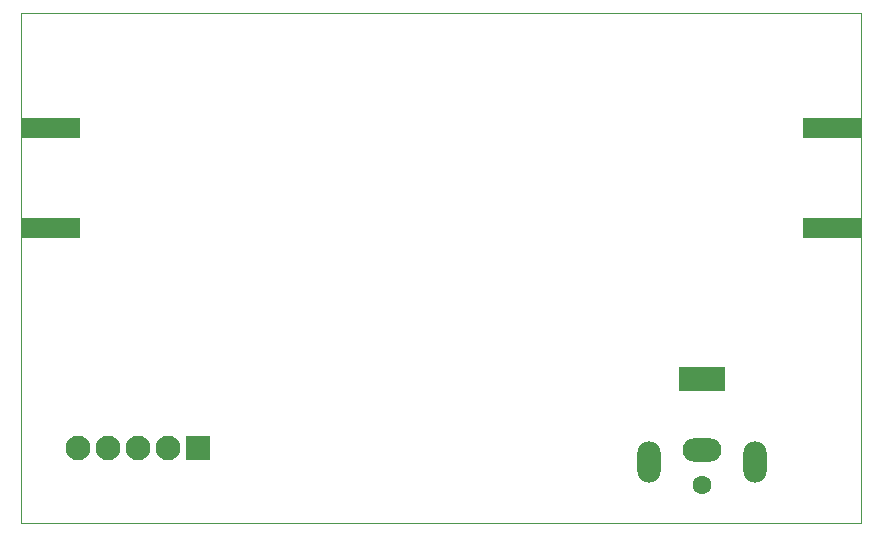
<source format=gbs>
%TF.GenerationSoftware,KiCad,Pcbnew,(5.1.10)-1*%
%TF.CreationDate,2021-05-13T13:34:22-04:00*%
%TF.ProjectId,Phase Shifter Module,50686173-6520-4536-9869-66746572204d,rev?*%
%TF.SameCoordinates,Original*%
%TF.FileFunction,Soldermask,Bot*%
%TF.FilePolarity,Negative*%
%FSLAX46Y46*%
G04 Gerber Fmt 4.6, Leading zero omitted, Abs format (unit mm)*
G04 Created by KiCad (PCBNEW (5.1.10)-1) date 2021-05-13 13:34:22*
%MOMM*%
%LPD*%
G01*
G04 APERTURE LIST*
%TA.AperFunction,Profile*%
%ADD10C,0.050000*%
%TD*%
%ADD11C,2.100000*%
%ADD12R,2.100000X2.100000*%
%ADD13R,5.000000X1.800000*%
%ADD14C,1.600000*%
%ADD15O,2.000000X3.500000*%
%ADD16O,3.300000X2.000000*%
%ADD17R,4.000000X2.000000*%
G04 APERTURE END LIST*
D10*
X175260000Y-76200000D02*
X104140000Y-76200000D01*
X175260000Y-119380000D02*
X175260000Y-76200000D01*
X104140000Y-119380000D02*
X175260000Y-119380000D01*
X104140000Y-76200000D02*
X104140000Y-119380000D01*
D11*
%TO.C,J1*%
X108966000Y-113030000D03*
X111506000Y-113030000D03*
X114046000Y-113030000D03*
X116586000Y-113030000D03*
D12*
X119126000Y-113030000D03*
%TD*%
D13*
%TO.C,J2*%
X106640000Y-85920000D03*
X106640000Y-94420000D03*
%TD*%
%TO.C,J3*%
X172760000Y-94420000D03*
X172760000Y-85920000D03*
%TD*%
D14*
%TO.C,J4*%
X161798000Y-116188000D03*
D15*
X166298000Y-114188000D03*
X157298000Y-114188000D03*
D16*
X161798000Y-113188000D03*
D17*
X161798000Y-107188000D03*
%TD*%
M02*

</source>
